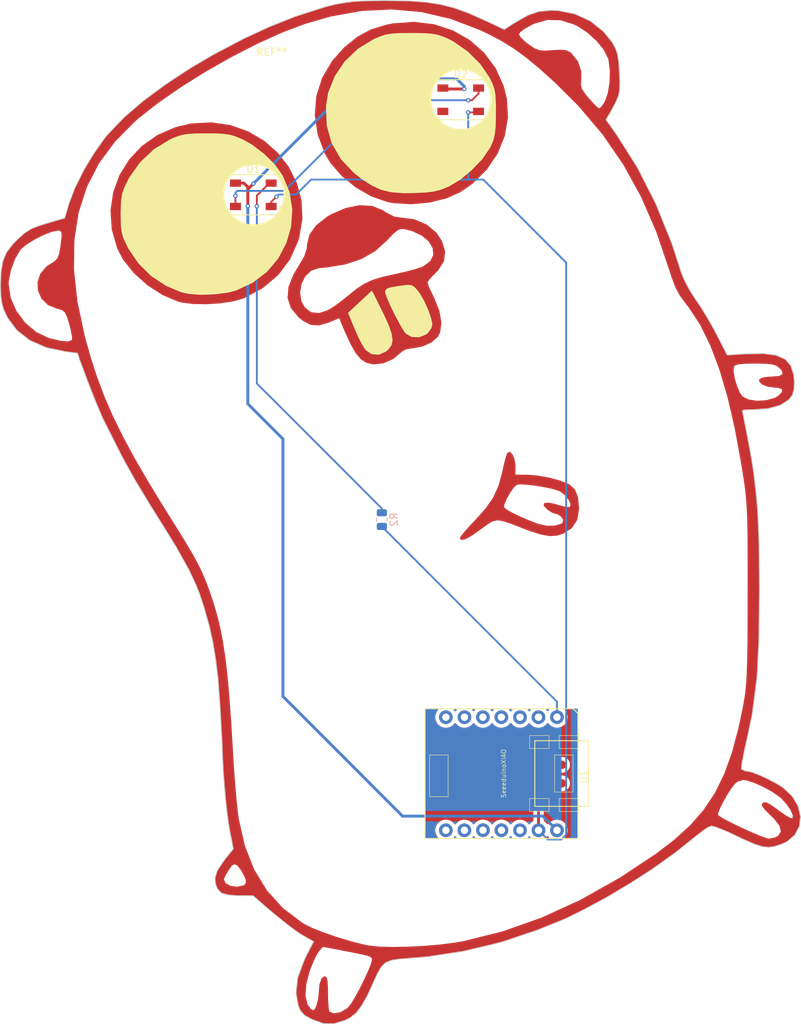
<source format=kicad_pcb>
(kicad_pcb (version 20171130) (host pcbnew "(5.1.2)-1")
  (layers (0 F.Cu signal) (31 B.Cu signal) (34 B.Paste user) (35 F.Paste user) (36 B.SilkS user) (37 F.SilkS user) (38 B.Mask user) (39 F.Mask user) (44 Edge.Cuts user))
  (net 0 "")
  (net 1 VCC)
  (net 2 GND)
  (net 3 "Net-(D1-Pad2)")
  (net 4 "Net-(D1-Pad4)")
  (net 5 /PA02)
  (module nanbuwks:gopher_jump (layer F.Cu) (at 98.71 107.06)
    (fp_text reference G*** hide)
    (fp_text value LOGO hide)
    (fp_line (start 30.22 -53.72) (end 30.47 -54.19) (layer Edge.Cuts) (width 0.12))
    (fp_line (start 30.53 -53.31) (end 30.22 -53.72) (layer Edge.Cuts) (width 0.12))
    (fp_line (start 30.78 -54.69) (end 30.47 -54.19) (layer Edge.Cuts) (width 0.12))
    (fp_line (start 31.52 -56.06) (end 30.78 -54.69) (layer Edge.Cuts) (width 0.12))
    (fp_line (start 31.92 -57) (end 31.52 -56.06) (layer Edge.Cuts) (width 0.12))
    (fp_line (start 32.07 -57.73) (end 31.92 -57) (layer Edge.Cuts) (width 0.12))
    (fp_line (start 32.11 -59) (end 32.07 -57.73) (layer Edge.Cuts) (width 0.12))
    (fp_line (start 32.03 -60.65) (end 32.11 -59) (layer Edge.Cuts) (width 0.12))
    (fp_line (start 31.96 -61.7) (end 32.03 -60.65) (layer Edge.Cuts) (width 0.12))
    (fp_line (start 31.79 -62.73) (end 31.96 -61.7) (layer Edge.Cuts) (width 0.12))
    (fp_line (start 31.53 -63.5) (end 31.79 -62.73) (layer Edge.Cuts) (width 0.12))
    (fp_line (start 31.1 -64.31) (end 31.53 -63.5) (layer Edge.Cuts) (width 0.12))
    (fp_line (start 29.91 -65.79) (end 31.1 -64.31) (layer Edge.Cuts) (width 0.12))
    (fp_line (start 28.1 -67.26) (end 29.91 -65.79) (layer Edge.Cuts) (width 0.12))
    (fp_line (start 25.98 -68.24) (end 28.1 -67.26) (layer Edge.Cuts) (width 0.12))
    (fp_line (start 23.7 -68.71) (end 25.98 -68.24) (layer Edge.Cuts) (width 0.12))
    (fp_line (start 22.71 -68.75) (end 23.7 -68.71) (layer Edge.Cuts) (width 0.12))
    (fp_line (start 21 -68.6) (end 22.71 -68.75) (layer Edge.Cuts) (width 0.12))
    (fp_line (start 19.47 -68.07) (end 21 -68.6) (layer Edge.Cuts) (width 0.12))
    (fp_line (start 18.51 -67.53) (end 19.47 -68.07) (layer Edge.Cuts) (width 0.12))
    (fp_line (start 17.43 -66.9) (end 18.51 -67.53) (layer Edge.Cuts) (width 0.12))
    (fp_line (start 16.25 -66.12) (end 17.43 -66.9) (layer Edge.Cuts) (width 0.12))
    (fp_line (start 14 -67.19) (end 16.25 -66.12) (layer Edge.Cuts) (width 0.12))
    (fp_line (start 11.28 -68.4) (end 14 -67.19) (layer Edge.Cuts) (width 0.12))
    (fp_line (start 9.33 -69.1) (end 11.28 -68.4) (layer Edge.Cuts) (width 0.12))
    (fp_line (start 7.47 -69.56) (end 9.33 -69.1) (layer Edge.Cuts) (width 0.12))
    (fp_line (start 5.42 -69.88) (end 7.47 -69.56) (layer Edge.Cuts) (width 0.12))
    (fp_line (start 3.11 -70.04) (end 5.42 -69.88) (layer Edge.Cuts) (width 0.12))
    (fp_line (start 1.09 -70.07) (end 3.11 -70.04) (layer Edge.Cuts) (width 0.12))
    (fp_line (start -0.14 -70.09) (end 1.09 -70.07) (layer Edge.Cuts) (width 0.12))
    (fp_line (start -3.1 -70.04) (end -0.14 -70.09) (layer Edge.Cuts) (width 0.12))
    (fp_line (start -4.5 -69.95) (end -3.1 -70.04) (layer Edge.Cuts) (width 0.12))
    (fp_line (start -5.62 -69.8) (end -4.5 -69.95) (layer Edge.Cuts) (width 0.12))
    (fp_line (start -6.99 -69.56) (end -5.62 -69.8) (layer Edge.Cuts) (width 0.12))
    (fp_line (start -8.38 -69.21) (end -6.99 -69.56) (layer Edge.Cuts) (width 0.12))
    (fp_line (start -12.54 -67.87) (end -8.38 -69.21) (layer Edge.Cuts) (width 0.12))
    (fp_line (start -15.99 -66.49) (end -12.54 -67.87) (layer Edge.Cuts) (width 0.12))
    (fp_line (start -19.55 -64.85) (end -15.99 -66.49) (layer Edge.Cuts) (width 0.12))
    (fp_line (start -23.93 -62.54) (end -19.55 -64.85) (layer Edge.Cuts) (width 0.12))
    (fp_line (start -26.52 -61.01) (end -23.93 -62.54) (layer Edge.Cuts) (width 0.12))
    (fp_line (start -28.38 -59.83) (end -26.52 -61.01) (layer Edge.Cuts) (width 0.12))
    (fp_line (start -30.29 -58.54) (end -28.38 -59.83) (layer Edge.Cuts) (width 0.12))
    (fp_line (start -31.99 -57.3) (end -30.29 -58.54) (layer Edge.Cuts) (width 0.12))
    (fp_line (start -33.36 -56.27) (end -31.99 -57.3) (layer Edge.Cuts) (width 0.12))
    (fp_line (start -35.86 -54.13) (end -33.36 -56.27) (layer Edge.Cuts) (width 0.12))
    (fp_line (start -37.08 -52.87) (end -35.86 -54.13) (layer Edge.Cuts) (width 0.12))
    (fp_line (start -38.48 -51.38) (end -37.08 -52.87) (layer Edge.Cuts) (width 0.12))
    (fp_line (start -40.09 -49.09) (end -38.48 -51.38) (layer Edge.Cuts) (width 0.12))
    (fp_line (start -41.38 -46.97) (end -40.09 -49.09) (layer Edge.Cuts) (width 0.12))
    (fp_line (start -42.71 -44.3) (end -41.38 -46.97) (layer Edge.Cuts) (width 0.12))
    (fp_line (start -43.49 -42.23) (end -42.71 -44.3) (layer Edge.Cuts) (width 0.12))
    (fp_line (start -44.07 -40.27) (end -43.49 -42.23) (layer Edge.Cuts) (width 0.12))
    (fp_line (start -46.36 -39.6) (end -44.07 -40.27) (layer Edge.Cuts) (width 0.12))
    (fp_line (start -47.57 -39.23) (end -46.36 -39.6) (layer Edge.Cuts) (width 0.12))
    (fp_line (start -48.62 -38.82) (end -47.57 -39.23) (layer Edge.Cuts) (width 0.12))
    (fp_line (start -49.59 -38.2) (end -48.62 -38.82) (layer Edge.Cuts) (width 0.12))
    (fp_line (start -50.54 -37.35) (end -49.59 -38.2) (layer Edge.Cuts) (width 0.12))
    (fp_line (start -51.2 -36.67) (end -50.54 -37.35) (layer Edge.Cuts) (width 0.12))
    (fp_line (start -52.05 -35.56) (end -51.2 -36.67) (layer Edge.Cuts) (width 0.12))
    (fp_line (start -52.56 -34.34) (end -52.05 -35.56) (layer Edge.Cuts) (width 0.12))
    (fp_line (start -52.81 -32.85) (end -52.56 -34.34) (layer Edge.Cuts) (width 0.12))
    (fp_line (start -52.87 -31.26) (end -52.81 -32.85) (layer Edge.Cuts) (width 0.12))
    (fp_line (start -52.85 -29.81) (end -52.87 -31.26) (layer Edge.Cuts) (width 0.12))
    (fp_line (start -52.7 -28.65) (end -52.85 -29.81) (layer Edge.Cuts) (width 0.12))
    (fp_line (start -52.44 -27.72) (end -52.7 -28.65) (layer Edge.Cuts) (width 0.12))
    (fp_line (start -51.9 -26.58) (end -52.44 -27.72) (layer Edge.Cuts) (width 0.12))
    (fp_line (start -50.65 -24.9) (end -51.9 -26.58) (layer Edge.Cuts) (width 0.12))
    (fp_line (start -48.87 -23.49) (end -50.65 -24.9) (layer Edge.Cuts) (width 0.12))
    (fp_line (start -46.58 -22.49) (end -48.87 -23.49) (layer Edge.Cuts) (width 0.12))
    (fp_line (start -43.9 -21.93) (end -46.58 -22.49) (layer Edge.Cuts) (width 0.12))
    (fp_line (start -42.3 -21.73) (end -43.9 -21.93) (layer Edge.Cuts) (width 0.12))
    (fp_line (start -42.05 -20.92) (end -42.3 -21.73) (layer Edge.Cuts) (width 0.12))
    (fp_line (start -41.57 -19.65) (end -42.05 -20.92) (layer Edge.Cuts) (width 0.12))
    (fp_line (start -40.91 -17.87) (end -41.57 -19.65) (layer Edge.Cuts) (width 0.12))
    (fp_line (start -39.86 -15.2) (end -40.91 -17.87) (layer Edge.Cuts) (width 0.12))
    (fp_line (start -38.89 -12.9) (end -39.86 -15.2) (layer Edge.Cuts) (width 0.12))
    (fp_line (start -38.44 -12) (end -38.89 -12.9) (layer Edge.Cuts) (width 0.12))
    (fp_line (start -36.23 -7.62) (end -38.44 -12) (layer Edge.Cuts) (width 0.12))
    (fp_line (start -35.35 -6.02) (end -36.23 -7.62) (layer Edge.Cuts) (width 0.12))
    (fp_line (start -34.4 -4.32) (end -35.35 -6.02) (layer Edge.Cuts) (width 0.12))
    (fp_line (start -33.51 -2.85) (end -34.4 -4.32) (layer Edge.Cuts) (width 0.12))
    (fp_line (start -32.69 -1.48) (end -33.51 -2.85) (layer Edge.Cuts) (width 0.12))
    (fp_line (start -29.72 3.28) (end -32.69 -1.48) (layer Edge.Cuts) (width 0.12))
    (fp_line (start -28.71 4.93) (end -29.72 3.28) (layer Edge.Cuts) (width 0.12))
    (fp_line (start -26.99 8.03) (end -28.71 4.93) (layer Edge.Cuts) (width 0.12))
    (fp_line (start -26.04 10.06) (end -26.99 8.03) (layer Edge.Cuts) (width 0.12))
    (fp_line (start -25.59 11.18) (end -26.04 10.06) (layer Edge.Cuts) (width 0.12))
    (fp_line (start -24.97 13.06) (end -25.59 11.18) (layer Edge.Cuts) (width 0.12))
    (fp_line (start -24.23 15.66) (end -24.97 13.06) (layer Edge.Cuts) (width 0.12))
    (fp_line (start -23.75 17.84) (end -24.23 15.66) (layer Edge.Cuts) (width 0.12))
    (fp_line (start -23.35 20.3) (end -23.75 17.84) (layer Edge.Cuts) (width 0.12))
    (fp_line (start -23.04 22.79) (end -23.35 20.3) (layer Edge.Cuts) (width 0.12))
    (fp_line (start -22.89 24.88) (end -23.04 22.79) (layer Edge.Cuts) (width 0.12))
    (fp_line (start -22.73 27.12) (end -22.89 24.88) (layer Edge.Cuts) (width 0.12))
    (fp_line (start -22.64 28.79) (end -22.73 27.12) (layer Edge.Cuts) (width 0.12))
    (fp_line (start -22.48 31.62) (end -22.64 28.79) (layer Edge.Cuts) (width 0.12))
    (fp_line (start -22.41 33.66) (end -22.48 31.62) (layer Edge.Cuts) (width 0.12))
    (fp_line (start -22.32 35.47) (end -22.41 33.66) (layer Edge.Cuts) (width 0.12))
    (fp_line (start -22.15 37.69) (end -22.32 35.47) (layer Edge.Cuts) (width 0.12))
    (fp_line (start -21.99 39.52) (end -22.15 37.69) (layer Edge.Cuts) (width 0.12))
    (fp_line (start -21.84 40.9) (end -21.99 39.52) (layer Edge.Cuts) (width 0.12))
    (fp_line (start -21.6 42.68) (end -21.84 40.9) (layer Edge.Cuts) (width 0.12))
    (fp_line (start -21.4 43.86) (end -21.6 42.68) (layer Edge.Cuts) (width 0.12))
    (fp_line (start -21.2 44.85) (end -21.4 43.86) (layer Edge.Cuts) (width 0.12))
    (fp_line (start -20.94 46.2) (end -21.2 44.85) (layer Edge.Cuts) (width 0.12))
    (fp_line (start -22.16 47.72) (end -20.94 46.2) (layer Edge.Cuts) (width 0.12))
    (fp_line (start -22.53 48.26) (end -22.16 47.72) (layer Edge.Cuts) (width 0.12))
    (fp_line (start -23.14 49.18) (end -22.53 48.26) (layer Edge.Cuts) (width 0.12))
    (fp_line (start -23.45 50.19) (end -23.14 49.18) (layer Edge.Cuts) (width 0.12))
    (fp_line (start -23.36 51.08) (end -23.45 50.19) (layer Edge.Cuts) (width 0.12))
    (fp_line (start -23.1 51.7) (end -23.36 51.08) (layer Edge.Cuts) (width 0.12))
    (fp_line (start -22.55 52.27) (end -23.1 51.7) (layer Edge.Cuts) (width 0.12))
    (fp_line (start -21.59 52.54) (end -22.55 52.27) (layer Edge.Cuts) (width 0.12))
    (fp_line (start -20.29 52.63) (end -21.59 52.54) (layer Edge.Cuts) (width 0.12))
    (fp_line (start -19.63 52.62) (end -20.29 52.63) (layer Edge.Cuts) (width 0.12))
    (fp_line (start -18.21 52.63) (end -19.63 52.62) (layer Edge.Cuts) (width 0.12))
    (fp_line (start -18.03 52.8) (end -18.21 52.63) (layer Edge.Cuts) (width 0.12))
    (fp_line (start -17.22 53.5) (end -18.03 52.8) (layer Edge.Cuts) (width 0.12))
    (fp_line (start -16.28 54.32) (end -17.22 53.5) (layer Edge.Cuts) (width 0.12))
    (fp_line (start -15.41 55.06) (end -16.28 54.32) (layer Edge.Cuts) (width 0.12))
    (fp_line (start -14.28 55.97) (end -15.41 55.06) (layer Edge.Cuts) (width 0.12))
    (fp_line (start -13.21 56.82) (end -14.28 55.97) (layer Edge.Cuts) (width 0.12))
    (fp_line (start -12.29 57.49) (end -13.21 56.82) (layer Edge.Cuts) (width 0.12))
    (fp_line (start -11.61 57.95) (end -12.29 57.49) (layer Edge.Cuts) (width 0.12))
    (fp_line (start -10.84 58.39) (end -11.61 57.95) (layer Edge.Cuts) (width 0.12))
    (fp_line (start -9.92 58.92) (end -10.84 58.39) (layer Edge.Cuts) (width 0.12))
    (fp_line (start -10.29 59.6) (end -9.92 58.92) (layer Edge.Cuts) (width 0.12))
    (fp_line (start -10.9 60.79) (end -10.29 59.6) (layer Edge.Cuts) (width 0.12))
    (fp_line (start -11.3 61.68) (end -10.9 60.79) (layer Edge.Cuts) (width 0.12))
    (fp_line (start -12.11 63.89) (end -11.3 61.68) (layer Edge.Cuts) (width 0.12))
    (fp_line (start -12.34 65.94) (end -12.11 63.89) (layer Edge.Cuts) (width 0.12))
    (fp_line (start -12.03 67.68) (end -12.34 65.94) (layer Edge.Cuts) (width 0.12))
    (fp_line (start -11.75 68.35) (end -12.03 67.68) (layer Edge.Cuts) (width 0.12))
    (fp_line (start -11.16 69.02) (end -11.75 68.35) (layer Edge.Cuts) (width 0.12))
    (fp_line (start -10.14 69.59) (end -11.16 69.02) (layer Edge.Cuts) (width 0.12))
    (fp_line (start -8.56 70.15) (end -10.14 69.59) (layer Edge.Cuts) (width 0.12))
    (fp_line (start -7.08 70.17) (end -8.56 70.15) (layer Edge.Cuts) (width 0.12))
    (fp_line (start -5.5 69.68) (end -7.08 70.17) (layer Edge.Cuts) (width 0.12))
    (fp_line (start -4.86 69.34) (end -5.5 69.68) (layer Edge.Cuts) (width 0.12))
    (fp_line (start -4.03 68.67) (end -4.86 69.34) (layer Edge.Cuts) (width 0.12))
    (fp_line (start -3.32 67.72) (end -4.03 68.67) (layer Edge.Cuts) (width 0.12))
    (fp_line (start -2.59 66.45) (end -3.32 67.72) (layer Edge.Cuts) (width 0.12))
    (fp_line (start -2.38 66) (end -2.59 66.45) (layer Edge.Cuts) (width 0.12))
    (fp_line (start -1.14 63.29) (end -2.38 66) (layer Edge.Cuts) (width 0.12))
    (fp_line (start -0.62 62.39) (end -1.14 63.29) (layer Edge.Cuts) (width 0.12))
    (fp_line (start -0.03 61.81) (end -0.62 62.39) (layer Edge.Cuts) (width 0.12))
    (fp_line (start 0.75 61.49) (end -0.03 61.81) (layer Edge.Cuts) (width 0.12))
    (fp_line (start 1.67 61.34) (end 0.75 61.49) (layer Edge.Cuts) (width 0.12))
    (fp_line (start 1.99 61.31) (end 1.67 61.34) (layer Edge.Cuts) (width 0.12))
    (fp_line (start 5.81 60.99) (end 1.99 61.31) (layer Edge.Cuts) (width 0.12))
    (fp_line (start 10.63 60.25) (end 5.81 60.99) (layer Edge.Cuts) (width 0.12))
    (fp_line (start 15.07 59.2) (end 10.63 60.25) (layer Edge.Cuts) (width 0.12))
    (fp_line (start 16.13 58.91) (end 15.07 59.2) (layer Edge.Cuts) (width 0.12))
    (fp_line (start 20.77 57.35) (end 16.13 58.91) (layer Edge.Cuts) (width 0.12))
    (fp_line (start 24.62 55.8) (end 20.77 57.35) (layer Edge.Cuts) (width 0.12))
    (fp_line (start 27.05 54.6) (end 24.62 55.8) (layer Edge.Cuts) (width 0.12))
    (fp_line (start 30.24 52.89) (end 27.05 54.6) (layer Edge.Cuts) (width 0.12))
    (fp_line (start 33.42 51) (end 30.24 52.89) (layer Edge.Cuts) (width 0.12))
    (fp_line (start 34.78 50.13) (end 33.42 51) (layer Edge.Cuts) (width 0.12))
    (fp_line (start 36.55 48.99) (end 34.78 50.13) (layer Edge.Cuts) (width 0.12))
    (fp_line (start 39.61 46.81) (end 36.55 48.99) (layer Edge.Cuts) (width 0.12))
    (fp_line (start 40.62 46.01) (end 39.61 46.81) (layer Edge.Cuts) (width 0.12))
    (fp_line (start 42.31 44.66) (end 40.62 46.01) (layer Edge.Cuts) (width 0.12))
    (fp_line (start 43.44 43.77) (end 42.31 44.66) (layer Edge.Cuts) (width 0.12))
    (fp_line (start 44.15 43.29) (end 43.44 43.77) (layer Edge.Cuts) (width 0.12))
    (fp_line (start 44.69 43.08) (end 44.15 43.29) (layer Edge.Cuts) (width 0.12))
    (fp_line (start 45.12 43.19) (end 44.69 43.08) (layer Edge.Cuts) (width 0.12))
    (fp_line (start 45.89 43.47) (end 45.12 43.19) (layer Edge.Cuts) (width 0.12))
    (fp_line (start 46.82 43.86) (end 45.89 43.47) (layer Edge.Cuts) (width 0.12))
    (fp_line (start 47.55 44.19) (end 46.82 43.86) (layer Edge.Cuts) (width 0.12))
    (fp_line (start 49.08 44.92) (end 47.55 44.19) (layer Edge.Cuts) (width 0.12))
    (fp_line (start 50.62 45.58) (end 49.08 44.92) (layer Edge.Cuts) (width 0.12))
    (fp_line (start 51.68 45.91) (end 50.62 45.58) (layer Edge.Cuts) (width 0.12))
    (fp_line (start 52.53 46) (end 51.68 45.91) (layer Edge.Cuts) (width 0.12))
    (fp_line (start 53.37 45.87) (end 52.53 46) (layer Edge.Cuts) (width 0.12))
    (fp_line (start 54.31 45.56) (end 53.37 45.87) (layer Edge.Cuts) (width 0.12))
    (fp_line (start 55.02 45.24) (end 54.31 45.56) (layer Edge.Cuts) (width 0.12))
    (fp_line (start 56.11 44.31) (end 55.02 45.24) (layer Edge.Cuts) (width 0.12))
    (fp_line (start 56.74 43.12) (end 56.11 44.31) (layer Edge.Cuts) (width 0.12))
    (fp_line (start 56.9 41.79) (end 56.74 43.12) (layer Edge.Cuts) (width 0.12))
    (fp_line (start 56.57 40.33) (end 56.9 41.79) (layer Edge.Cuts) (width 0.12))
    (fp_line (start 55.76 38.98) (end 56.57 40.33) (layer Edge.Cuts) (width 0.12))
    (fp_line (start 54.45 37.75) (end 55.76 38.98) (layer Edge.Cuts) (width 0.12))
    (fp_line (start 53.59 37.23) (end 54.45 37.75) (layer Edge.Cuts) (width 0.12))
    (fp_line (start 52.45 36.62) (end 53.59 37.23) (layer Edge.Cuts) (width 0.12))
    (fp_line (start 51.32 36.1) (end 52.45 36.62) (layer Edge.Cuts) (width 0.12))
    (fp_line (start 50.18 35.66) (end 51.32 36.1) (layer Edge.Cuts) (width 0.12))
    (fp_line (start 49.25 35.49) (end 50.18 35.66) (layer Edge.Cuts) (width 0.12))
    (fp_line (start 48.79 35.26) (end 49.25 35.49) (layer Edge.Cuts) (width 0.12))
    (fp_line (start 48.81 34.79) (end 48.79 35.26) (layer Edge.Cuts) (width 0.12))
    (fp_line (start 48.93 34.09) (end 48.81 34.79) (layer Edge.Cuts) (width 0.12))
    (fp_line (start 49.47 31.57) (end 48.93 34.09) (layer Edge.Cuts) (width 0.12))
    (fp_line (start 50.28 27.71) (end 49.47 31.57) (layer Edge.Cuts) (width 0.12))
    (fp_line (start 50.93 22.67) (end 50.28 27.71) (layer Edge.Cuts) (width 0.12))
    (fp_line (start 51.19 17.65) (end 50.93 22.67) (layer Edge.Cuts) (width 0.12))
    (fp_line (start 51.26 10.47) (end 51.19 17.65) (layer Edge.Cuts) (width 0.12))
    (fp_line (start 51.21 4.23) (end 51.26 10.47) (layer Edge.Cuts) (width 0.12))
    (fp_line (start 51.03 -0.03) (end 51.21 4.23) (layer Edge.Cuts) (width 0.12))
    (fp_line (start 50.82 -2.41) (end 51.03 -0.03) (layer Edge.Cuts) (width 0.12))
    (fp_line (start 50.58 -4.5) (end 50.82 -2.41) (layer Edge.Cuts) (width 0.12))
    (fp_line (start 50.4 -5.85) (end 50.58 -4.5) (layer Edge.Cuts) (width 0.12))
    (fp_line (start 50.23 -6.98) (end 50.4 -5.85) (layer Edge.Cuts) (width 0.12))
    (fp_line (start 49.82 -9.23) (end 50.23 -6.98) (layer Edge.Cuts) (width 0.12))
    (fp_line (start 49.55 -10.66) (end 49.82 -9.23) (layer Edge.Cuts) (width 0.12))
    (fp_line (start 49.22 -12.32) (end 49.55 -10.66) (layer Edge.Cuts) (width 0.12))
    (fp_line (start 48.92 -13.87) (end 49.22 -12.32) (layer Edge.Cuts) (width 0.12))
    (fp_line (start 49.07 -13.92) (end 48.92 -13.87) (layer Edge.Cuts) (width 0.12))
    (fp_line (start 49.37 -13.95) (end 49.07 -13.92) (layer Edge.Cuts) (width 0.12))
    (fp_line (start 49.8 -13.98) (end 49.37 -13.95) (layer Edge.Cuts) (width 0.12))
    (fp_line (start 50.3 -13.99) (end 49.8 -13.98) (layer Edge.Cuts) (width 0.12))
    (fp_line (start 50.76 -14.01) (end 50.3 -13.99) (layer Edge.Cuts) (width 0.12))
    (fp_line (start 52.38 -14.12) (end 50.76 -14.01) (layer Edge.Cuts) (width 0.12))
    (fp_line (start 54.06 -14.57) (end 52.38 -14.12) (layer Edge.Cuts) (width 0.12))
    (fp_line (start 54.88 -15.09) (end 54.06 -14.57) (layer Edge.Cuts) (width 0.12))
    (fp_line (start 55.3 -15.37) (end 54.88 -15.09) (layer Edge.Cuts) (width 0.12))
    (fp_line (start 55.78 -15.99) (end 55.3 -15.37) (layer Edge.Cuts) (width 0.12))
    (fp_line (start 56 -16.74) (end 55.78 -15.99) (layer Edge.Cuts) (width 0.12))
    (fp_line (start 56.05 -17.79) (end 56 -16.74) (layer Edge.Cuts) (width 0.12))
    (fp_line (start 55.96 -18.81) (end 56.05 -17.79) (layer Edge.Cuts) (width 0.12))
    (fp_line (start 55.55 -20.06) (end 55.96 -18.81) (layer Edge.Cuts) (width 0.12))
    (fp_line (start 54.8 -20.92) (end 55.55 -20.06) (layer Edge.Cuts) (width 0.12))
    (fp_line (start 53.51 -21.48) (end 54.8 -20.92) (layer Edge.Cuts) (width 0.12))
    (fp_line (start 51.84 -21.7) (end 53.51 -21.48) (layer Edge.Cuts) (width 0.12))
    (fp_line (start 50.91 -21.68) (end 51.84 -21.7) (layer Edge.Cuts) (width 0.12))
    (fp_line (start 49.31 -21.66) (end 50.91 -21.68) (layer Edge.Cuts) (width 0.12))
    (fp_line (start 46.84 -21.5) (end 49.31 -21.66) (layer Edge.Cuts) (width 0.12))
    (fp_line (start 46.64 -21.88) (end 46.84 -21.5) (layer Edge.Cuts) (width 0.12))
    (fp_line (start 46.18 -22.77) (end 46.64 -21.88) (layer Edge.Cuts) (width 0.12))
    (fp_line (start 45.22 -24.65) (end 46.18 -22.77) (layer Edge.Cuts) (width 0.12))
    (fp_line (start 44.26 -26.36) (end 45.22 -24.65) (layer Edge.Cuts) (width 0.12))
    (fp_line (start 43.33 -27.91) (end 44.26 -26.36) (layer Edge.Cuts) (width 0.12))
    (fp_line (start 42.03 -29.84) (end 43.33 -27.91) (layer Edge.Cuts) (width 0.12))
    (fp_line (start 41.65 -30.45) (end 42.03 -29.84) (layer Edge.Cuts) (width 0.12))
    (fp_line (start 40.99 -31.71) (end 41.65 -30.45) (layer Edge.Cuts) (width 0.12))
    (fp_line (start 40.55 -32.76) (end 40.99 -31.71) (layer Edge.Cuts) (width 0.12))
    (fp_line (start 39.9 -34.79) (end 40.55 -32.76) (layer Edge.Cuts) (width 0.12))
    (fp_line (start 39.31 -36.65) (end 39.9 -34.79) (layer Edge.Cuts) (width 0.12))
    (fp_line (start 38.1 -39.64) (end 39.31 -36.65) (layer Edge.Cuts) (width 0.12))
    (fp_line (start 37.12 -42.07) (end 38.1 -39.64) (layer Edge.Cuts) (width 0.12))
    (fp_line (start 36.73 -42.87) (end 37.12 -42.07) (layer Edge.Cuts) (width 0.12))
    (fp_line (start 35.71 -44.87) (end 36.73 -42.87) (layer Edge.Cuts) (width 0.12))
    (fp_line (start 35.51 -45.25) (end 35.71 -44.87) (layer Edge.Cuts) (width 0.12))
    (fp_line (start 34.63 -47) (end 35.51 -45.25) (layer Edge.Cuts) (width 0.12))
    (fp_line (start 33.97 -48.08) (end 34.63 -47) (layer Edge.Cuts) (width 0.12))
    (fp_line (start 33.07 -49.5) (end 33.97 -48.08) (layer Edge.Cuts) (width 0.12))
    (fp_line (start 32.25 -50.79) (end 33.07 -49.5) (layer Edge.Cuts) (width 0.12))
    (fp_line (start 31.76 -51.57) (end 32.25 -50.79) (layer Edge.Cuts) (width 0.12))
    (fp_line (start 30.97 -52.68) (end 31.76 -51.57) (layer Edge.Cuts) (width 0.12))
    (fp_line (start 30.53 -53.31) (end 30.97 -52.68) (layer Edge.Cuts) (width 0.12))
    (fp_poly (pts (xy 3.09546 -69.983294) (xy 5.409658 -69.827345) (xy 7.425956 -69.527123) (xy 9.310215 -69.049294) (xy 11.228298 -68.360523) (xy 13.346066 -67.427477) (xy 13.411589 -67.396694) (xy 16.244641 -66.063847) (xy 17.805748 -67.074531) (xy 19.480698 -68.019046) (xy 21.021688 -68.538763) (xy 22.661401 -68.696843) (xy 23.634654 -68.656765) (xy 25.944434 -68.192916) (xy 28.062076 -67.205876) (xy 29.868669 -65.766115) (xy 31.060163 -64.256275) (xy 31.473559 -63.505082) (xy 31.739523 -62.739156) (xy 31.899091 -61.77766) (xy 31.9933 -60.439754) (xy 32.009504 -60.072746) (xy 32.052349 -58.714552) (xy 32.023017 -57.764613) (xy 31.886031 -57.034533) (xy 31.605917 -56.335919) (xy 31.1472 -55.480376) (xy 31.143504 -55.473796) (xy 30.159894 -53.722885) (xy 31.664978 -51.592091) (xy 34.481101 -47.1383) (xy 36.988869 -42.197603) (xy 39.166489 -36.816422) (xy 40.485689 -32.802444) (xy 40.936836 -31.677702) (xy 41.630183 -30.363414) (xy 42.417011 -29.141004) (xy 42.430217 -29.12281) (xy 43.218748 -27.951324) (xy 44.119081 -26.479363) (xy 44.983886 -24.952068) (xy 45.326483 -24.303718) (xy 46.791038 -21.452587) (xy 49.668644 -21.628101) (xy 51.877278 -21.658092) (xy 53.553713 -21.423035) (xy 54.750272 -20.891394) (xy 55.519278 -20.031636) (xy 55.913053 -18.812227) (xy 55.992498 -17.816867) (xy 55.951199 -16.741377) (xy 55.739221 -16.023463) (xy 55.285806 -15.430503) (xy 55.258145 -15.402582) (xy 54.069851 -14.616255) (xy 52.398862 -14.167846) (xy 50.561875 -14.046372) (xy 49.630346 -14.018186) (xy 49.025348 -13.947577) (xy 48.895 -13.886145) (xy 48.94943 -13.54951) (xy 49.098545 -12.738361) (xy 49.321084 -11.565786) (xy 49.595784 -10.144871) (xy 49.66753 -9.777322) (xy 50.10797 -7.372688) (xy 50.461701 -5.062951) (xy 50.736423 -2.743483) (xy 50.939834 -0.309658) (xy 51.079634 2.343149) (xy 51.16352 5.319567) (xy 51.199192 8.72422) (xy 51.200565 11.056471) (xy 51.1784 14.575108) (xy 51.124075 17.589531) (xy 51.029731 20.192737) (xy 50.887511 22.477719) (xy 50.689556 24.537475) (xy 50.428006 26.464998) (xy 50.095005 28.353285) (xy 49.682692 30.295332) (xy 49.512982 31.027017) (xy 49.181275 32.50302) (xy 48.927922 33.773362) (xy 48.773493 34.722922) (xy 48.738562 35.236578) (xy 48.752059 35.285252) (xy 49.190331 35.527809) (xy 49.469362 35.562919) (xy 50.170287 35.714179) (xy 51.214001 36.105649) (xy 52.411127 36.651474) (xy 53.572288 37.265798) (xy 54.451502 37.821617) (xy 55.736695 39.023785) (xy 56.53956 40.371194) (xy 56.862317 41.763974) (xy 56.707185 43.102257) (xy 56.076383 44.286174) (xy 54.972131 45.215854) (xy 54.279978 45.540438) (xy 53.349517 45.844952) (xy 52.529446 45.962728) (xy 51.67385 45.868615) (xy 50.636817 45.53746) (xy 49.272431 44.94411) (xy 48.387442 44.524706) (xy 47.068361 43.91494) (xy 45.913081 43.425274) (xy 45.06381 43.113377) (xy 44.702936 43.030588) (xy 44.209286 43.223637) (xy 43.415106 43.735735) (xy 42.472021 44.466309) (xy 42.235408 44.667275) (xy 39.759094 46.654087) (xy 36.838807 48.738093) (xy 33.630715 50.821195) (xy 30.290986 52.805294) (xy 26.97579 54.592295) (xy 24.60625 55.741066) (xy 20.125246 57.565345) (xy 15.391567 59.071777) (xy 10.584495 60.214325) (xy 5.883312 60.946955) (xy 3.538678 61.150724) (xy 1.894116 61.269616) (xy 0.742681 61.449769) (xy -0.056802 61.780415) (xy -0.64551 62.350784) (xy -1.164619 63.250107) (xy -1.713103 64.470138) (xy -2.569797 66.325684) (xy -3.338177 67.691582) (xy -4.084266 68.657906) (xy -4.874087 69.314734) (xy -5.507353 69.646772) (xy -7.084726 70.130224) (xy -8.537763 70.112942) (xy -10.088588 69.590375) (xy -10.172101 69.551176) (xy -11.157841 68.976832) (xy -11.739899 68.30257) (xy -12.013064 67.683529) (xy -12.242343 66.337715) (xy -11.022749 66.337715) (xy -10.750547 67.514614) (xy -10.356152 68.075219) (xy -9.986906 68.336165) (xy -9.736558 68.152613) (xy -9.538048 67.715829) (xy -9.290828 66.790404) (xy -9.203165 65.945841) (xy -9.098243 64.735495) (xy -8.816418 63.941906) (xy -8.388098 63.649568) (xy -8.37672 63.649412) (xy -8.144691 63.79586) (xy -8.006758 64.298128) (xy -7.94521 65.250602) (xy -7.9375 65.990196) (xy -7.91218 67.120823) (xy -7.845082 68.008369) (xy -7.749506 68.493265) (xy -7.725834 68.530196) (xy -7.091429 68.74782) (xy -6.236191 68.586335) (xy -5.376426 68.10012) (xy -5.12801 67.877101) (xy -4.694053 67.295868) (xy -4.127045 66.34621) (xy -3.501379 65.178409) (xy -2.891446 63.942746) (xy -2.371637 62.789501) (xy -2.016346 61.868953) (xy -1.898772 61.353666) (xy -1.940051 61.162981) (xy -2.123587 61.004052) (xy -2.550384 60.8463) (xy -3.321448 60.659151) (xy -4.537785 60.412026) (xy -5.82824 60.164127) (xy -8.640229 59.628804) (xy -9.194086 60.272555) (xy -9.565629 60.87435) (xy -10.016977 61.845562) (xy -10.453231 62.981028) (xy -10.471441 63.034029) (xy -10.930375 64.815274) (xy -11.022749 66.337715) (xy -12.242343 66.337715) (xy -12.312657 65.924989) (xy -12.067386 63.913577) (xy -11.283936 61.692589) (xy -10.995392 61.091063) (xy -9.886739 58.893879) (xy -11.435571 57.996932) (xy -12.333493 57.406676) (xy -13.509112 56.536552) (xy -14.78374 55.522239) (xy -15.584649 54.846464) (xy -18.184895 52.592941) (xy -20.182269 52.592941) (xy -21.582773 52.512611) (xy -22.500995 52.228331) (xy -23.072237 51.675166) (xy -23.34412 51.075488) (xy -23.413872 50.401977) (xy -22.225 50.401977) (xy -21.95052 50.933131) (xy -21.271358 51.283092) (xy -20.403931 51.395033) (xy -19.564657 51.212126) (xy -19.423353 51.137635) (xy -19.182177 50.866867) (xy -19.243352 50.393311) (xy -19.453546 49.872211) (xy -19.890318 49.081877) (xy -20.354001 48.508823) (xy -20.396571 48.473302) (xy -20.764713 48.299412) (xy -21.113599 48.502493) (xy -21.557003 49.106221) (xy -21.983204 49.819729) (xy -22.212391 50.328948) (xy -22.225 50.401977) (xy -23.413872 50.401977) (xy -23.435545 50.19271) (xy -23.101924 49.197058) (xy -22.303014 47.982927) (xy -22.037922 47.647727) (xy -20.898181 46.242417) (xy -21.244986 44.412385) (xy -21.543829 42.685554) (xy -21.794578 40.87794) (xy -22.006001 38.891054) (xy -22.18687 36.626409) (xy -22.345954 33.985515) (xy -22.492024 30.869886) (xy -22.527244 30.012531) (xy -22.708212 26.39999) (xy -22.949379 23.271187) (xy -23.2667 20.513666) (xy -23.676129 18.01497) (xy -24.193622 15.662642) (xy -24.835133 13.344225) (xy -24.941061 12.998824) (xy -25.427503 11.528231) (xy -25.964292 10.131089) (xy -26.599232 8.714986) (xy -27.380129 7.187507) (xy -28.354786 5.456242) (xy -29.571009 3.428776) (xy -31.076601 1.012697) (xy -31.433421 0.448235) (xy -34.270973 -4.199526) (xy -36.671855 -8.499979) (xy -38.666056 -12.51113) (xy -40.283565 -16.290982) (xy -40.806449 -17.68085) (xy -42.283073 -21.765229) (xy -43.922162 -21.973298) (xy -46.565146 -22.544611) (xy -48.791391 -23.524623) (xy -50.569015 -24.894257) (xy -51.866137 -26.634439) (xy -51.938008 -26.769426) (xy -52.386455 -27.738056) (xy -52.65327 -28.658753) (xy -52.785641 -29.756636) (xy -52.827942 -31.015085) (xy -52.82206 -31.233803) (xy -51.752501 -31.233803) (xy -51.46917 -29.346013) (xy -50.682315 -27.535416) (xy -49.486641 -25.927783) (xy -47.976853 -24.648884) (xy -46.247654 -23.824489) (xy -46.15178 -23.795905) (xy -44.622001 -23.428245) (xy -43.579683 -23.345863) (xy -43.058145 -23.551286) (xy -43.051603 -23.560836) (xy -43.043988 -23.959228) (xy -43.18603 -24.754186) (xy -43.431079 -25.715314) (xy -43.748683 -26.744266) (xy -44.034975 -27.338263) (xy -44.404459 -27.644027) (xy -44.97164 -27.80828) (xy -45.081318 -27.829873) (xy -46.344064 -28.33282) (xy -47.227948 -29.197036) (xy -47.712062 -30.290146) (xy -47.775502 -31.479781) (xy -47.397361 -32.633567) (xy -46.892256 -33.225762) (xy -42.786931 -33.225762) (xy -42.317696 -28.865322) (xy -41.324837 -24.179287) (xy -41.271901 -23.975699) (xy -40.468001 -21.10848) (xy -39.586153 -18.395443) (xy -38.585217 -15.749343) (xy -37.424051 -13.082934) (xy -36.061516 -10.308972) (xy -34.456469 -7.34021) (xy -32.56777 -4.089402) (xy -30.354279 -0.469304) (xy -29.678482 0.610001) (xy -28.33615 2.756079) (xy -27.274644 4.488238) (xy -26.442935 5.902099) (xy -25.789997 7.093284) (xy -25.264801 8.157413) (xy -24.816321 9.190109) (xy -24.393528 10.286991) (xy -24.141621 10.985622) (xy -23.577843 12.669265) (xy -23.092408 14.349095) (xy -22.674964 16.097526) (xy -22.315158 17.98697) (xy -22.002637 20.089842) (xy -21.727048 22.478557) (xy -21.478037 25.225527) (xy -21.245253 28.403168) (xy -21.018341 32.083892) (xy -20.948657 33.318824) (xy -20.818676 35.385327) (xy -20.660471 37.466959) (xy -20.487863 39.40728) (xy -20.314676 41.049856) (xy -20.167637 42.157718) (xy -19.331777 45.825682) (xy -18.042473 49.078554) (xy -16.300969 51.914348) (xy -14.10851 54.331082) (xy -11.466342 56.326771) (xy -11.158812 56.514238) (xy -10.07206 57.050842) (xy -8.548097 57.656341) (xy -6.769549 58.269795) (xy -4.919039 58.830263) (xy -3.179191 59.276802) (xy -2.38125 59.443295) (xy -1.012182 59.595255) (xy 0.818559 59.650968) (xy 2.947251 59.61773) (xy 5.210169 59.50284) (xy 7.44359 59.313594) (xy 9.483791 59.057289) (xy 10.594745 58.864961) (xy 16.012893 57.515343) (xy 21.389626 55.618422) (xy 26.751821 53.162036) (xy 32.126355 50.134023) (xy 36.967704 46.930182) (xy 39.581148 44.942313) (xy 41.781464 42.93552) (xy 42.981036 41.557845) (xy 45.575285 41.557845) (xy 45.961618 41.84738) (xy 46.78356 42.306343) (xy 47.894143 42.866391) (xy 49.146397 43.459176) (xy 50.39335 44.016354) (xy 51.488033 44.469577) (xy 52.283476 44.750502) (xy 52.564941 44.808256) (xy 53.359246 44.646476) (xy 53.794476 44.427231) (xy 54.189904 43.842974) (xy 54.004414 43.04825) (xy 53.244518 42.059558) (xy 52.631807 41.480625) (xy 51.969908 40.817216) (xy 51.603076 40.27947) (xy 51.581365 40.061213) (xy 51.826962 39.815208) (xy 52.174236 39.81695) (xy 52.738358 40.11091) (xy 53.6345 40.741563) (xy 53.947949 40.975052) (xy 54.805408 41.573846) (xy 55.464274 41.952941) (xy 55.778409 42.030516) (xy 55.827505 41.602441) (xy 55.528734 40.900696) (xy 54.975224 40.081631) (xy 54.260098 39.301594) (xy 54.036013 39.105202) (xy 53.016875 38.391869) (xy 51.781836 37.709828) (xy 50.53189 37.15319) (xy 49.468032 36.816069) (xy 49.023583 36.758213) (xy 48.288222 36.973245) (xy 47.886009 37.278235) (xy 47.364865 37.957443) (xy 46.789415 38.859607) (xy 46.243798 39.828895) (xy 45.812156 40.709472) (xy 45.578628 41.345504) (xy 45.575285 41.557845) (xy 42.981036 41.557845) (xy 43.619943 40.824079) (xy 45.147876 38.52227) (xy 46.416554 35.944369) (xy 47.477267 33.004657) (xy 48.381306 29.61741) (xy 48.956128 26.894118) (xy 49.123609 25.982994) (xy 49.260766 25.102497) (xy 49.370678 24.18148) (xy 49.456425 23.148797) (xy 49.521086 21.9333) (xy 49.567743 20.463846) (xy 49.599473 18.669286) (xy 49.619358 16.478475) (xy 49.630477 13.820266) (xy 49.635258 11.205882) (xy 49.637547 8.149547) (xy 49.633792 5.611923) (xy 49.620201 3.514078) (xy 49.592981 1.777081) (xy 49.54834 0.321998) (xy 49.482486 -0.930101) (xy 49.391626 -2.05815) (xy 49.271969 -3.14108) (xy 49.119723 -4.257823) (xy 48.931094 -5.487311) (xy 48.791409 -6.358159) (xy 47.891899 -11.304568) (xy 46.881401 -15.683781) (xy 45.840522 -19.218276) (xy 47.696835 -19.218276) (xy 47.867428 -18.250794) (xy 48.186921 -17.198178) (xy 48.589224 -16.285817) (xy 48.936662 -15.798435) (xy 49.756143 -15.385067) (xy 50.916212 -15.215867) (xy 52.179355 -15.287736) (xy 53.308056 -15.597576) (xy 53.776457 -15.861575) (xy 54.357322 -16.429331) (xy 54.334613 -16.815986) (xy 53.713424 -17.010753) (xy 53.223195 -17.032941) (xy 52.301026 -17.159013) (xy 51.574739 -17.474752) (xy 51.205429 -17.886438) (xy 51.246481 -18.182903) (xy 51.677957 -18.393594) (xy 52.494526 -18.515206) (xy 52.86375 -18.527059) (xy 53.943079 -18.612308) (xy 54.425486 -18.877287) (xy 54.324094 -19.335841) (xy 53.98658 -19.711454) (xy 53.56859 -20.017296) (xy 53.008879 -20.201568) (xy 52.149837 -20.292856) (xy 50.833854 -20.319743) (xy 50.631285 -20.32) (xy 49.232002 -20.295677) (xy 48.35441 -20.211252) (xy 47.886839 -20.049539) (xy 47.741232 -19.875238) (xy 47.696835 -19.218276) (xy 45.840522 -19.218276) (xy 45.752167 -19.518299) (xy 44.496448 -22.830622) (xy 43.106495 -25.643251) (xy 41.574557 -27.978685) (xy 41.16915 -28.489806) (xy 40.378345 -29.557041) (xy 39.762448 -30.684935) (xy 39.21994 -32.079305) (xy 38.898008 -33.094239) (xy 37.092071 -38.392189) (xy 34.987469 -43.218075) (xy 32.537598 -47.648375) (xy 29.695857 -51.75957) (xy 26.415645 -55.628137) (xy 23.241192 -58.789009) (xy 21.124791 -60.697895) (xy 19.27299 -62.233112) (xy 17.55328 -63.487352) (xy 15.833153 -64.553306) (xy 14.106354 -65.457556) (xy 18.25625 -65.457556) (xy 18.492184 -65.043223) (xy 19.096562 -64.452387) (xy 19.592404 -64.065353) (xy 20.393047 -63.53078) (xy 21.048035 -63.265445) (xy 21.824258 -63.204252) (xy 22.851913 -63.270326) (xy 24.011244 -63.332511) (xy 24.752874 -63.25256) (xy 25.283195 -62.998626) (xy 25.448953 -62.869588) (xy 26.353035 -61.741566) (xy 26.812119 -60.354243) (xy 26.804596 -59.241651) (xy 26.7461 -58.543732) (xy 26.90536 -57.953031) (xy 27.366236 -57.262362) (xy 27.832578 -56.701974) (xy 28.510255 -55.954169) (xy 29.042386 -55.440136) (xy 29.281221 -55.283504) (xy 29.563787 -55.521337) (xy 29.962793 -56.108269) (xy 30.037377 -56.240027) (xy 30.44979 -57.387276) (xy 30.687052 -58.868666) (xy 30.730152 -60.43904) (xy 30.560073 -61.85324) (xy 30.493091 -62.115824) (xy 29.918937 -63.279538) (xy 28.919501 -64.517296) (xy 27.653683 -65.668869) (xy 26.28038 -66.574027) (xy 25.87625 -66.77132) (xy 23.978943 -67.376416) (xy 22.187035 -67.421844) (xy 20.381029 -66.906846) (xy 20.0025 -66.734057) (xy 19.084082 -66.225279) (xy 18.451549 -65.75028) (xy 18.25625 -65.457556) (xy 14.106354 -65.457556) (xy 13.980101 -65.523669) (xy 12.869709 -66.044101) (xy 8.900152 -67.556112) (xy 4.899217 -68.493679) (xy 0.832541 -68.858008) (xy -3.334239 -68.650308) (xy -7.635487 -67.871786) (xy -11.058733 -66.884751) (xy -14.205134 -65.69491) (xy -17.634099 -64.145058) (xy -21.201445 -62.317752) (xy -24.762992 -60.295545) (xy -28.174555 -58.160994) (xy -31.291953 -55.996653) (xy -33.971004 -53.885078) (xy -34.377128 -53.533203) (xy -37.135557 -50.757969) (xy -39.345811 -47.762388) (xy -41.011984 -44.528919) (xy -42.138167 -41.040019) (xy -42.728452 -37.278147) (xy -42.786931 -33.225762) (xy -46.892256 -33.225762) (xy -46.556734 -33.619133) (xy -46.049083 -33.957565) (xy -45.434271 -34.343488) (xy -45.047963 -34.769376) (xy -44.808455 -35.398842) (xy -44.63404 -36.3955) (xy -44.564635 -36.93013) (xy -44.470797 -37.863158) (xy -44.513331 -38.34836) (xy -44.727143 -38.527875) (xy -44.961912 -38.548) (xy -45.833335 -38.373963) (xy -46.986133 -37.923202) (xy -48.21418 -37.301961) (xy -49.311352 -36.616483) (xy -50.071524 -35.973014) (xy -50.155922 -35.870823) (xy -50.874867 -34.626362) (xy -51.43579 -33.115558) (xy -51.731433 -31.649929) (xy -51.752501 -31.233803) (xy -52.82206 -31.233803) (xy -52.777929 -32.874743) (xy -52.528199 -34.319033) (xy -52.016837 -35.515993) (xy -51.181929 -36.633661) (xy -50.498333 -37.337643) (xy -49.571861 -38.158947) (xy -48.682039 -38.729226) (xy -47.587818 -39.179735) (xy -46.501 -39.514261) (xy -44.02198 -40.223779) (xy -43.453557 -42.150125) (xy -42.664892 -44.265493) (xy -41.520831 -46.59004) (xy -40.132254 -48.927242) (xy -38.610041 -51.080574) (xy -37.971564 -51.866409) (xy -35.888516 -54.023878) (xy -33.285393 -56.253392) (xy -30.261939 -58.497093) (xy -26.917897 -60.697124) (xy -23.353011 -62.795628) (xy -19.667024 -64.734748) (xy -15.95968 -66.456627) (xy -12.330724 -67.903406) (xy -8.879898 -69.01723) (xy -8.001249 -69.250948) (xy -6.743531 -69.551792) (xy -5.633602 -69.764295) (xy -4.512375 -69.903322) (xy -3.22076 -69.983741) (xy -1.599668 -70.020417) (xy 0.3175 -70.028305) (xy 3.09546 -69.983294)) (layer F.Cu) (width 0.01))
    (fp_poly (pts (xy 17.336821 -7.939162) (xy 17.621197 -7.304613) (xy 17.772046 -6.46197) (xy 17.78 -6.21818) (xy 17.78 -5.08) (xy 19.300793 -5.08) (xy 20.734108 -4.974216) (xy 22.324411 -4.694131) (xy 23.830517 -4.295645) (xy 25.011239 -3.834658) (xy 25.253299 -3.700385) (xy 25.945358 -3.040874) (xy 26.346149 -2.040867) (xy 26.496308 -0.59332) (xy 26.499115 -0.418768) (xy 26.262995 1.091275) (xy 25.521185 2.239902) (xy 24.342646 2.998546) (xy 23.438358 3.275822) (xy 22.468939 3.322172) (xy 21.300567 3.119086) (xy 19.799423 2.648053) (xy 18.630207 2.208366) (xy 17.149761 1.633859) (xy 16.107245 1.283406) (xy 15.349499 1.162676) (xy 14.723364 1.277341) (xy 14.075681 1.633073) (xy 13.253291 2.235542) (xy 13.01446 2.416304) (xy 11.716591 3.324532) (xy 10.80033 3.803734) (xy 10.280604 3.847785) (xy 10.16 3.587122) (xy 10.362424 3.250343) (xy 10.905746 2.592247) (xy 11.694037 1.725282) (xy 12.189433 1.208187) (xy 13.658606 -0.423071) (xy 13.833674 -0.674414) (xy 16.1925 -0.674414) (xy 16.468312 -0.382597) (xy 17.213168 0.06196) (xy 18.303191 0.59805) (xy 19.61451 1.164465) (xy 20.933316 1.668098) (xy 22.059572 1.908864) (xy 23.183912 1.895402) (xy 24.05561 1.640332) (xy 24.249496 1.501179) (xy 24.320919 1.093127) (xy 24.015129 0.622993) (xy 23.508309 0.321796) (xy 23.332547 0.298824) (xy 22.814446 0.122515) (xy 22.180798 -0.277612) (xy 21.662304 -0.814665) (xy 21.688157 -1.153834) (xy 22.19234 -1.26208) (xy 23.108832 -1.106364) (xy 23.560485 -0.968064) (xy 24.459792 -0.717822) (xy 25.104957 -0.637525) (xy 25.277025 -0.681122) (xy 25.328117 -1.099956) (xy 25.020577 -1.720832) (xy 24.479519 -2.358638) (xy 23.83006 -2.828259) (xy 23.823727 -2.831342) (xy 23.067631 -3.086742) (xy 21.956337 -3.337087) (xy 20.688865 -3.552539) (xy 19.464233 -3.703264) (xy 18.48146 -3.759424) (xy 17.977172 -3.707822) (xy 17.57786 -3.352661) (xy 17.077348 -2.649907) (xy 16.599855 -1.810694) (xy 16.269596 -1.046151) (xy 16.1925 -0.674414) (xy 13.833674 -0.674414) (xy 14.700488 -1.918883) (xy 15.420922 -3.468464) (xy 15.925753 -5.26103) (xy 15.996588 -5.597817) (xy 16.241701 -6.692892) (xy 16.482355 -7.577875) (xy 16.667685 -8.066386) (xy 16.672239 -8.07355) (xy 16.995105 -8.23801) (xy 17.336821 -7.939162)) (layer F.Cu) (width 0.01))
    (fp_poly (pts (xy -1.874419 -41.916443) (xy -0.396634 -41.326765) (xy -0.042889 -41.076345) (xy 1.163351 -40.456995) (xy 1.982829 -40.341176) (xy 3.910868 -40.086784) (xy 5.605925 -39.367753) (xy 6.950475 -38.250307) (xy 7.689259 -37.125764) (xy 8.131316 -35.662296) (xy 7.974338 -34.355001) (xy 7.203072 -33.127482) (xy 6.810984 -32.726731) (xy 6.170946 -32.07091) (xy 5.776138 -31.563448) (xy 5.715 -31.413262) (xy 5.842616 -31.018812) (xy 6.177791 -30.250964) (xy 6.649015 -29.273158) (xy 6.667249 -29.236831) (xy 7.353031 -27.500487) (xy 7.614119 -25.921585) (xy 7.44219 -24.601469) (xy 7.102255 -23.940807) (xy 6.249184 -23.211355) (xy 5.033466 -22.66476) (xy 3.723372 -22.416222) (xy 3.541573 -22.411765) (xy 2.727763 -22.261096) (xy 2.210199 -21.94958) (xy 1.013931 -20.942898) (xy -0.360038 -20.346773) (xy -1.752113 -20.210475) (xy -2.69875 -20.434074) (xy -3.420475 -20.902179) (xy -4.121085 -21.731761) (xy -4.850422 -22.996346) (xy -5.658329 -24.769461) (xy -5.692062 -24.849798) (xy -6.40024 -26.540772) (xy -7.832085 -25.944656) (xy -9.190662 -25.544805) (xy -10.341632 -25.631544) (xy -11.458562 -26.235563) (xy -11.99176 -26.68018) (xy -13.021176 -27.924228) (xy -13.476198 -29.294993) (xy -13.417201 -30.050082) (xy -11.769085 -30.050082) (xy -11.589868 -28.874988) (xy -11.089456 -27.980299) (xy -10.2247 -27.335983) (xy -9.149346 -27.240556) (xy -9.099518 -27.25721) (xy -5.162906 -27.25721) (xy -4.261143 -25.093969) (xy -3.744505 -23.945921) (xy -3.223117 -22.935823) (xy -2.801813 -22.265229) (xy -2.767896 -22.223012) (xy -1.928298 -21.631571) (xy -0.940392 -21.562678) (xy 0.038673 -22.014925) (xy 0.30573 -22.250562) (xy 0.725047 -22.818838) (xy 0.885459 -23.497094) (xy 0.771007 -24.378814) (xy 0.365732 -25.55748) (xy -0.346328 -27.126576) (xy -0.622653 -27.688415) (xy -1.906649 -30.267216) (xy -0.063549 -30.267216) (xy -0.049593 -30.031765) (xy 0.166904 -29.368483) (xy 0.59856 -28.367551) (xy 1.157646 -27.203661) (xy 1.756437 -26.051502) (xy 2.307204 -25.085766) (xy 2.72222 -24.481144) (xy 2.757077 -24.442869) (xy 3.57078 -23.995721) (xy 4.576789 -23.963542) (xy 5.51595 -24.341018) (xy 5.715 -24.503529) (xy 6.190336 -25.149543) (xy 6.35 -25.687614) (xy 6.198506 -26.505983) (xy 5.807208 -27.614818) (xy 5.270878 -28.796629) (xy 4.68429 -29.833922) (xy 4.335379 -30.310897) (xy 3.888401 -30.793655) (xy 3.473447 -31.027089) (xy 2.881387 -31.058873) (xy 1.903093 -30.936678) (xy 1.713654 -30.908544) (xy 0.666116 -30.725965) (xy 0.117962 -30.534191) (xy -0.063549 -30.267216) (xy -1.906649 -30.267216) (xy -1.925196 -30.304466) (xy -5.162906 -27.25721) (xy -9.099518 -27.25721) (xy -7.908581 -27.655252) (xy -7.189206 -28.092536) (xy -6.223143 -28.791013) (xy -5.23875 -29.583529) (xy -4.02254 -30.565964) (xy -2.944948 -31.27115) (xy -1.812318 -31.788043) (xy -0.430995 -32.205596) (xy 1.326269 -32.599151) (xy 2.721425 -32.913961) (xy 3.981252 -33.2481) (xy 4.902399 -33.545816) (xy 5.130206 -33.642083) (xy 6.09122 -34.352075) (xy 6.510079 -35.212979) (xy 6.428339 -36.140394) (xy 5.887552 -37.049918) (xy 4.929272 -37.857147) (xy 3.595051 -38.47768) (xy 2.627245 -38.726048) (xy 2.10346 -38.765403) (xy 1.630166 -38.600639) (xy 1.065685 -38.144226) (xy 0.268336 -37.308633) (xy 0.185413 -37.217461) (xy -1.442255 -35.740994) (xy -3.334422 -34.649574) (xy -5.584225 -33.90525) (xy -8.284798 -33.47007) (xy -9.197365 -33.394086) (xy -10.231362 -33.054023) (xy -11.038721 -32.285841) (xy -11.568332 -31.23578) (xy -11.769085 -30.050082) (xy -13.417201 -30.050082) (xy -13.356494 -30.827054) (xy -12.66173 -32.554992) (xy -11.923408 -33.767425) (xy -11.184618 -35.032868) (xy -10.846725 -36.112684) (xy -10.803127 -36.67019) (xy -10.483735 -37.992478) (xy -9.569545 -39.261002) (xy -8.100746 -40.425787) (xy -7.49708 -40.781134) (xy -5.509233 -41.640278) (xy -3.606816 -42.019831) (xy -1.874419 -41.916443)) (layer F.Cu) (width 0.01))
    (fp_poly (pts (xy -21.318253 -52.998955) (xy -18.888259 -52.143695) (xy -16.711334 -50.868672) (xy -14.83953 -49.230844) (xy -13.324897 -47.287173) (xy -12.219485 -45.094619) (xy -11.575345 -42.710141) (xy -11.444527 -40.190701) (xy -11.879083 -37.593259) (xy -12.0201 -37.12574) (xy -13.146889 -34.596574) (xy -14.770596 -32.437706) (xy -16.88054 -30.660341) (xy -19.466041 -29.275685) (xy -19.52625 -29.250527) (xy -20.921217 -28.846109) (xy -22.700786 -28.576895) (xy -24.636913 -28.454282) (xy -26.501554 -28.489664) (xy -28.066662 -28.694439) (xy -28.484183 -28.802863) (xy -30.665463 -29.729835) (xy -32.747328 -31.082523) (xy -34.588829 -32.738303) (xy -36.049017 -34.574556) (xy -36.840455 -36.072608) (xy -37.592121 -38.690922) (xy -37.731326 -40.78302) (xy -36.35375 -40.78302) (xy -36.330889 -39.410794) (xy -36.229158 -38.411858) (xy -35.99884 -37.562489) (xy -35.590216 -36.638958) (xy -35.312168 -36.096027) (xy -33.960867 -34.080723) (xy -32.212906 -32.349139) (xy -30.189528 -30.992152) (xy -28.011977 -30.100638) (xy -27.012759 -29.87531) (xy -25.35908 -29.748349) (xy -23.458173 -29.824903) (xy -21.630044 -30.081141) (xy -20.561828 -30.355717) (xy -18.271018 -31.415258) (xy -16.336595 -32.905087) (xy -14.793714 -34.739961) (xy -13.677529 -36.834634) (xy -13.023193 -39.103863) (xy -12.86586 -41.462403) (xy -13.240684 -43.82501) (xy -14.116234 -45.985552) (xy -15.21425 -47.544676) (xy -16.727485 -49.063975) (xy -18.454613 -50.36059) (xy -19.674417 -51.033816) (xy -20.579873 -51.41882) (xy -21.403729 -51.659709) (xy -22.344286 -51.789137) (xy -23.599847 -51.839755) (xy -24.60625 -51.845882) (xy -26.144388 -51.828045) (xy -27.248435 -51.752019) (xy -28.11877 -51.584034) (xy -28.955773 -51.290321) (xy -29.60352 -51.003685) (xy -31.797181 -49.674697) (xy -33.700559 -47.893518) (xy -35.183121 -45.786382) (xy -35.375275 -45.422033) (xy -35.863082 -44.382797) (xy -36.156585 -43.500877) (xy -36.303486 -42.550121) (xy -36.351484 -41.304377) (xy -36.35375 -40.78302) (xy -37.731326 -40.78302) (xy -37.765031 -41.289564) (xy -37.398639 -43.801614) (xy -36.532402 -46.16015) (xy -35.205775 -48.29825) (xy -33.458214 -50.148993) (xy -31.329175 -51.645459) (xy -28.858113 -52.720725) (xy -26.729247 -53.222341) (xy -23.949266 -53.37749) (xy -21.318253 -52.998955)) (layer F.Cu) (width 0.01))
    (fp_poly (pts (xy 6.637941 -66.817088) (xy 9.205398 -65.973975) (xy 11.506203 -64.666245) (xy 13.475311 -62.936689) (xy 15.047676 -60.828095) (xy 16.158253 -58.383252) (xy 16.598243 -56.653035) (xy 16.756121 -54.075045) (xy 16.322438 -51.534193) (xy 15.338709 -49.114084) (xy 13.846451 -46.898325) (xy 11.887179 -44.970521) (xy 10.223457 -43.81535) (xy 8.277782 -42.949448) (xy 5.976066 -42.389175) (xy 3.524608 -42.162562) (xy 1.129709 -42.297635) (xy 0.23683 -42.458542) (xy -1.975572 -43.219822) (xy -4.128042 -44.45219) (xy -6.064404 -46.035994) (xy -7.628479 -47.851578) (xy -8.335037 -49.025775) (xy -9.347343 -51.683774) (xy -9.745446 -54.350413) (xy -9.644021 -55.640789) (xy -8.18861 -55.640789) (xy -8.094335 -52.971586) (xy -7.422071 -50.549836) (xy -6.171352 -48.374579) (xy -4.341709 -46.444853) (xy -3.326163 -45.654038) (xy -1.922119 -44.746471) (xy -0.618824 -44.15554) (xy 0.782028 -43.827517) (xy 2.478744 -43.708677) (xy 3.820582 -43.717814) (xy 5.39567 -43.784405) (xy 6.553441 -43.918145) (xy 7.510939 -44.159343) (xy 8.485207 -44.548312) (xy 8.617843 -44.608808) (xy 10.211873 -45.558079) (xy 11.809716 -46.87666) (xy 13.221603 -48.382718) (xy 14.257762 -49.894419) (xy 14.377338 -50.12742) (xy 14.710468 -50.927814) (xy 14.920007 -51.779992) (xy 15.031927 -52.853861) (xy 15.0722 -54.319326) (xy 15.073967 -54.684706) (xy 15.060706 -56.163268) (xy 14.991822 -57.220929) (xy 14.83583 -58.034002) (xy 14.561246 -58.778801) (xy 14.218429 -59.475843) (xy 12.94729 -61.347064) (xy 11.237945 -63.056171) (xy 9.286735 -64.418374) (xy 8.584636 -64.778237) (xy 7.707652 -65.153739) (xy 6.912881 -65.392821) (xy 6.012618 -65.525473) (xy 4.819158 -65.581681) (xy 3.4925 -65.591765) (xy 1.921795 -65.57606) (xy 0.79715 -65.508683) (xy -0.069972 -65.359235) (xy -0.868108 -65.097319) (xy -1.627041 -64.766365) (xy -3.789154 -63.451974) (xy -5.605608 -61.714977) (xy -6.999295 -59.662613) (xy -7.893105 -57.402121) (xy -8.18861 -55.640789) (xy -9.644021 -55.640789) (xy -9.539766 -56.967158) (xy -8.740721 -59.475479) (xy -7.358732 -61.816845) (xy -5.735259 -63.630345) (xy -3.914381 -65.112288) (xy -2.027184 -66.126118) (xy 0.150597 -66.782584) (xy 0.963256 -66.938306) (xy 3.868878 -67.152795) (xy 6.637941 -66.817088)) (layer F.Cu) (width 0.01))
  )
  (module MountingHole:MountingHole_3.2mm_M3 (layer F.Cu) (at 83.07 48.25)
    (fp_text reference REF** (at 0 -4.2) (layer F.SilkS))
    (fp_text value MountingHole_3.2mm_M3)
    (pad 1 np_thru_hole circle (at 0 0) (size 3.2 3.2) (drill 3.2) (layers *.Cu *.Mask))
  )
  (module "XIAO:Seeeduino XIAO-MOUDLE14P-2.54-21X17.8MM_PinSocket" (layer F.Cu) (at 104.07396 134.04342 270)
    (fp_text reference U1 (at 9.3345 -21.7805 90) (layer F.SilkS) (effects (font (size 0.889 0.889) (thickness 0.1016))))
    (fp_text value SeeeduinoXIAO (at 8.89 -10.795 90) (layer F.SilkS) (effects (font (size 0.6096 0.6096) (thickness 0.0762))))
    (pad 14 thru_hole circle (at 16.67 -18.11 270) (size 1.8796 1.8796) (drill 1.016) (layers *.Cu *.Mask) (net 1 VCC))
    (pad 13 thru_hole circle (at 16.67 -15.58 270) (size 1.8796 1.8796) (drill 1.016) (layers *.Cu *.Mask) (net 2 GND))
    (pad 12 thru_hole circle (at 16.67 -13.04 270) (size 1.8796 1.8796) (drill 1.016) (layers *.Cu *.Mask))
    (pad 11 thru_hole circle (at 16.66 -10.49 270) (size 1.8796 1.8796) (drill 1.016) (layers *.Cu *.Mask))
    (pad 10 thru_hole circle (at 16.66 -7.96 270) (size 1.8796 1.8796) (drill 1.016) (layers *.Cu *.Mask))
    (pad 9 thru_hole circle (at 16.67 -5.41 270) (size 1.8796 1.8796) (drill 1.016) (layers *.Cu *.Mask))
    (pad 8 thru_hole circle (at 16.67 -2.87 270) (size 1.8796 1.8796) (drill 1.016) (layers *.Cu *.Mask))
    (pad 7 thru_hole circle (at 1.17 -2.87 270) (size 1.8796 1.8796) (drill 1.016) (layers *.Cu *.Mask))
    (pad 6 thru_hole circle (at 1.17 -5.42 270) (size 1.8796 1.8796) (drill 1.016) (layers *.Cu *.Mask))
    (pad 5 thru_hole circle (at 1.17 -7.95 270) (size 1.8796 1.8796) (drill 1.016) (layers *.Cu *.Mask))
    (pad 4 thru_hole circle (at 1.17 -10.48 270) (size 1.8796 1.8796) (drill 1.016) (layers *.Cu *.Mask))
    (pad 3 thru_hole circle (at 1.17 -13.04 270) (size 1.8796 1.8796) (drill 1.016) (layers *.Cu *.Mask))
    (pad 2 thru_hole circle (at 1.17 -15.57 270) (size 1.8796 1.8796) (drill 1.016) (layers *.Cu *.Mask))
    (pad 1 thru_hole circle (at 1.16 -18.11 270) (size 1.8796 1.8796) (drill 1.016) (layers *.Cu *.Mask) (net 5 /PA02))
    (pad 15 smd oval (at 7.7 -1.8) (size 2.032 1.016) (layers F.Cu F.Paste F.Mask) (net 1 VCC))
    (pad 16 smd oval (at 10.25 -1.8) (size 2.032 1.016) (layers F.Cu F.Paste F.Mask) (net 2 GND))
    (pad 17 smd circle (at 7.698803 -18.804187) (size 1.143 1.143) (layers F.Cu F.Paste F.Mask))
    (pad 18 smd circle (at 10.238803 -18.804187) (size 1.143 1.143) (layers F.Cu F.Paste F.Mask))
    (pad 19 smd circle (at 7.698803 -16.264187) (size 1.143 1.143) (layers F.Cu F.Paste F.Mask))
    (pad 20 smd circle (at 10.238803 -16.264187) (size 1.143 1.143) (layers F.Cu F.Paste F.Mask) (net 2 GND))
  )
  (module Resistor_SMD:R_0805_2012Metric (layer B.Cu) (at 98.16084 108.13034 90)
    (fp_text reference R2 (at 0 1.65 270) (layer B.SilkS) (effects (justify mirror)))
    (fp_text value 330)
    (pad 2 smd roundrect (at 0.9375 0 90) (size 0.975 1.4) (layers B.Cu B.Paste B.Mask) (net 4 "Net-(D1-Pad4)"))
    (pad 1 smd roundrect (at -0.9375 0 90) (size 0.975 1.4) (layers B.Cu B.Paste B.Mask) (net 5 /PA02))
  )
  (module LED_SMD:LED_WS2812B_PLCC4_5.0x5.0mm_P3.2mm (layer F.Cu) (at 108.98 50.58)
    (fp_text reference D2 (at 0 -3.5) (layer F.SilkS))
    (fp_text value WS2812B)
    (fp_text user 1 (at -4.15 -1.6) (layer F.SilkS))
    (pad 1 smd rect (at -2.45 -1.6) (size 1.5 1) (layers F.Cu F.Paste F.Mask) (net 1 VCC))
    (pad 2 smd rect (at -2.45 1.6) (size 1.5 1) (layers F.Cu F.Paste F.Mask))
    (pad 4 smd rect (at 2.45 -1.6) (size 1.5 1) (layers F.Cu F.Paste F.Mask) (net 3 "Net-(D1-Pad2)"))
    (pad 3 smd rect (at 2.45 1.6) (size 1.5 1) (layers F.Cu F.Paste F.Mask) (net 2 GND))
  )
  (module LED_SMD:LED_WS2812B_PLCC4_5.0x5.0mm_P3.2mm (layer F.Cu) (at 80.53 63.61)
    (fp_text reference D1 (at 0 -3.5) (layer F.SilkS))
    (fp_text value WS2812B)
    (fp_text user 1 (at -4.15 -1.6) (layer F.SilkS))
    (pad 1 smd rect (at -2.45 -1.6) (size 1.5 1) (layers F.Cu F.Paste F.Mask) (net 1 VCC))
    (pad 2 smd rect (at -2.45 1.6) (size 1.5 1) (layers F.Cu F.Paste F.Mask) (net 3 "Net-(D1-Pad2)"))
    (pad 4 smd rect (at 2.45 -1.6) (size 1.5 1) (layers F.Cu F.Paste F.Mask) (net 4 "Net-(D1-Pad4)"))
    (pad 3 smd rect (at 2.45 1.6) (size 1.5 1) (layers F.Cu F.Paste F.Mask) (net 2 GND))
  )
  (segment (start 122.18396 150.71342) (end 120.24342 148.77288) (width 0.4) (layer B.Cu) (net 1))
  (segment (start 120.24342 148.77288) (end 101.00056 148.77288) (width 0.4) (layer B.Cu) (net 1))
  (segment (start 101.00056 148.77288) (end 90.91422 138.68654) (width 0.4) (layer B.Cu) (net 1))
  (via (at 79.77632 65.15354) (size 0.6) (drill 0.3) (layers F.Cu B.Cu) (net 1))
  (segment (start 79.77488 63.5002) (end 79.77488 65.1521) (width 0.4) (layer F.Cu) (net 1))
  (segment (start 79.77488 65.1521) (end 79.77632 65.15354) (width 0.4) (layer F.Cu) (net 1))
  (segment (start 84.58962 132.36194) (end 90.91422 138.68654) (width 0.4) (layer B.Cu) (net 1))
  (segment (start 84.58962 97.07372) (end 84.58962 132.36194) (width 0.4) (layer B.Cu) (net 1))
  (segment (start 79.77632 65.15354) (end 79.77632 92.26042) (width 0.4) (layer B.Cu) (net 1))
  (segment (start 79.77632 92.26042) (end 84.58962 97.07372) (width 0.4) (layer B.Cu) (net 1))
  (via (at 80.5434 62.0776) (size 0.6) (drill 0.3) (layers F.Cu B.Cu) (net 1))
  (segment (start 79.77488 63.5002) (end 79.77488 62.84612) (width 0.4) (layer F.Cu) (net 1))
  (segment (start 79.77488 62.84612) (end 80.5434 62.0776) (width 0.4) (layer F.Cu) (net 1))
  (segment (start 80.5434 62.0776) (end 94.90456 47.71644) (width 0.4) (layer B.Cu) (net 1))
  (segment (start 94.90456 47.71644) (end 108.43006 47.71644) (width 0.4) (layer B.Cu) (net 1))
  (segment (start 108.43006 47.71644) (end 109.46638 48.75276) (width 0.4) (layer B.Cu) (net 1))
  (via (at 109.46638 49.1109) (size 0.6) (drill 0.3) (layers F.Cu B.Cu) (net 1))
  (segment (start 109.46638 48.75276) (end 109.46638 49.1109) (width 0.4) (layer B.Cu) (net 1))
  (segment (start 107.03944 49.1109) (end 107.03162 49.11872) (width 0.4) (layer F.Cu) (net 1))
  (segment (start 109.46638 49.1109) (end 107.03944 49.1109) (width 0.4) (layer F.Cu) (net 1))
  (segment (start 79.77488 62.55488) (end 79.77488 62.84612) (width 0.4) (layer F.Cu) (net 1))
  (segment (start 79.23 62.01) (end 79.77488 62.55488) (width 0.4) (layer F.Cu) (net 1))
  (segment (start 78.08 62.01) (end 79.23 62.01) (width 0.4) (layer F.Cu) (net 1))
  (segment (start 120.593759 151.653219) (end 119.65396 150.71342) (width 0.25) (layer B.Cu) (net 2))
  (segment (start 120.918761 151.978221) (end 120.593759 151.653219) (width 0.25) (layer B.Cu) (net 2))
  (segment (start 122.791065 151.978221) (end 120.918761 151.978221) (width 0.25) (layer B.Cu) (net 2))
  (segment (start 123.448761 151.320525) (end 122.791065 151.978221) (width 0.25) (layer B.Cu) (net 2))
  (segment (start 123.448761 72.902761) (end 123.448761 151.320525) (width 0.25) (layer B.Cu) (net 2))
  (segment (start 112.06988 61.52388) (end 123.448761 72.902761) (width 0.25) (layer B.Cu) (net 2))
  (via (at 110.00994 52.31892) (size 0.6) (drill 0.3) (layers F.Cu B.Cu) (net 2))
  (segment (start 111.93162 52.31872) (end 110.01014 52.31872) (width 0.25) (layer F.Cu) (net 2))
  (segment (start 110.01014 52.31872) (end 110.00994 52.31892) (width 0.25) (layer F.Cu) (net 2))
  (segment (start 110.00994 61.32068) (end 110.21314 61.52388) (width 0.25) (layer B.Cu) (net 2))
  (segment (start 110.00994 52.31892) (end 110.00994 61.32068) (width 0.25) (layer B.Cu) (net 2))
  (segment (start 88.4555 61.52388) (end 110.21314 61.52388) (width 0.25) (layer B.Cu) (net 2))
  (segment (start 110.21314 61.52388) (end 112.06988 61.52388) (width 0.25) (layer B.Cu) (net 2))
  (segment (start 120.32695 144.29342) (end 120.338147 144.282223) (width 0.4) (layer F.Cu) (net 2))
  (segment (start 105.87396 144.29342) (end 120.32695 144.29342) (width 0.4) (layer F.Cu) (net 2))
  (segment (start 119.65396 144.96641) (end 119.65396 150.71342) (width 0.4) (layer F.Cu) (net 2))
  (segment (start 120.338147 144.282223) (end 119.65396 144.96641) (width 0.4) (layer F.Cu) (net 2))
  (via (at 83.7 63.87) (size 0.6) (drill 0.3) (layers F.Cu B.Cu) (net 2))
  (segment (start 82.98 65.21) (end 82.98 64.59) (width 0.25) (layer F.Cu) (net 2))
  (segment (start 82.98 64.59) (end 83.7 63.87) (width 0.25) (layer F.Cu) (net 2))
  (segment (start 86.409379 63.570001) (end 88.4555 61.52388) (width 0.25) (layer B.Cu) (net 2))
  (segment (start 83.999999 63.570001) (end 86.409379 63.570001) (width 0.25) (layer B.Cu) (net 2))
  (segment (start 83.7 63.87) (end 83.999999 63.570001) (width 0.25) (layer B.Cu) (net 2))
  (segment (start 111.92256 49.12778) (end 111.93162 49.11872) (width 0.25) (layer F.Cu) (net 3))
  (via (at 78.08 63.75) (size 0.6) (drill 0.3) (layers F.Cu B.Cu) (net 3))
  (segment (start 78.08 65.21) (end 78.08 63.75) (width 0.25) (layer F.Cu) (net 3))
  (segment (start 78.08 63.325736) (end 78.335736 63.07) (width 0.25) (layer B.Cu) (net 3))
  (segment (start 78.08 63.75) (end 78.08 63.325736) (width 0.25) (layer B.Cu) (net 3))
  (segment (start 78.335736 63.07) (end 83.96 63.07) (width 0.25) (layer B.Cu) (net 3))
  (segment (start 83.96 63.07) (end 84.81 63.07) (width 0.25) (layer B.Cu) (net 3))
  (via (at 110.02 50.65) (size 0.6) (drill 0.3) (layers F.Cu B.Cu) (net 3))
  (segment (start 84.81 63.07) (end 97.23 50.65) (width 0.25) (layer B.Cu) (net 3))
  (segment (start 97.23 50.65) (end 110.02 50.65) (width 0.25) (layer B.Cu) (net 3))
  (segment (start 111.43 49.73) (end 111.43 48.98) (width 0.25) (layer F.Cu) (net 3))
  (segment (start 110.51 50.65) (end 111.43 49.73) (width 0.25) (layer F.Cu) (net 3))
  (segment (start 110.02 50.65) (end 110.51 50.65) (width 0.25) (layer F.Cu) (net 3))
  (segment (start 98.16084 106.60534) (end 82.32648 90.77098) (width 0.25) (layer B.Cu) (net 4))
  (segment (start 98.16084 107.19284) (end 98.16084 106.60534) (width 0.25) (layer B.Cu) (net 4))
  (segment (start 82.32648 90.77098) (end 82.31098 90.77098) (width 0.25) (layer B.Cu) (net 4))
  (via (at 81.01 65.18) (size 0.6) (drill 0.3) (layers F.Cu B.Cu) (net 4))
  (segment (start 82.31098 90.77098) (end 81.01 89.47) (width 0.25) (layer B.Cu) (net 4))
  (segment (start 81.01 89.47) (end 81.01 65.18) (width 0.25) (layer B.Cu) (net 4))
  (segment (start 82.73 62.01) (end 82.98 62.01) (width 0.25) (layer F.Cu) (net 4))
  (segment (start 81.01 63.73) (end 82.73 62.01) (width 0.25) (layer F.Cu) (net 4))
  (segment (start 81.01 65.18) (end 81.01 63.73) (width 0.25) (layer F.Cu) (net 4))
  (segment (start 122.18396 133.09096) (end 98.16084 109.06784) (width 0.25) (layer B.Cu) (net 5))
  (segment (start 122.18396 135.20342) (end 122.18396 133.09096) (width 0.25) (layer B.Cu) (net 5))
  (zone (net 0) (net_name "") (layer F.Cu) (connect_pads (clearance 0.508)) (min_thickness 0.254) (fill yes (arc_segments 32) (thermal_gap 0.508) (thermal_bridge_width 0.508))
    (polygon (pts (xy 104.05618 134.04342) (xy 125.02642 134.04596) (xy 125.07976 151.84628) (xy 104.06888 151.82596) (xy 104.05618 134.21106)))
  )
  (zone (net 0) (net_name "") (layer B.Cu) (connect_pads (clearance 0.508)) (min_thickness 0.254) (fill yes (arc_segments 32) (thermal_gap 0.508) (thermal_bridge_width 0.508))
    (polygon (pts (xy 104.07396 134.05358) (xy 125.00102 134.04596) (xy 125.06198 151.83104) (xy 104.0765 151.83104) (xy 104.07142 136.37006)))
  )
)
</source>
